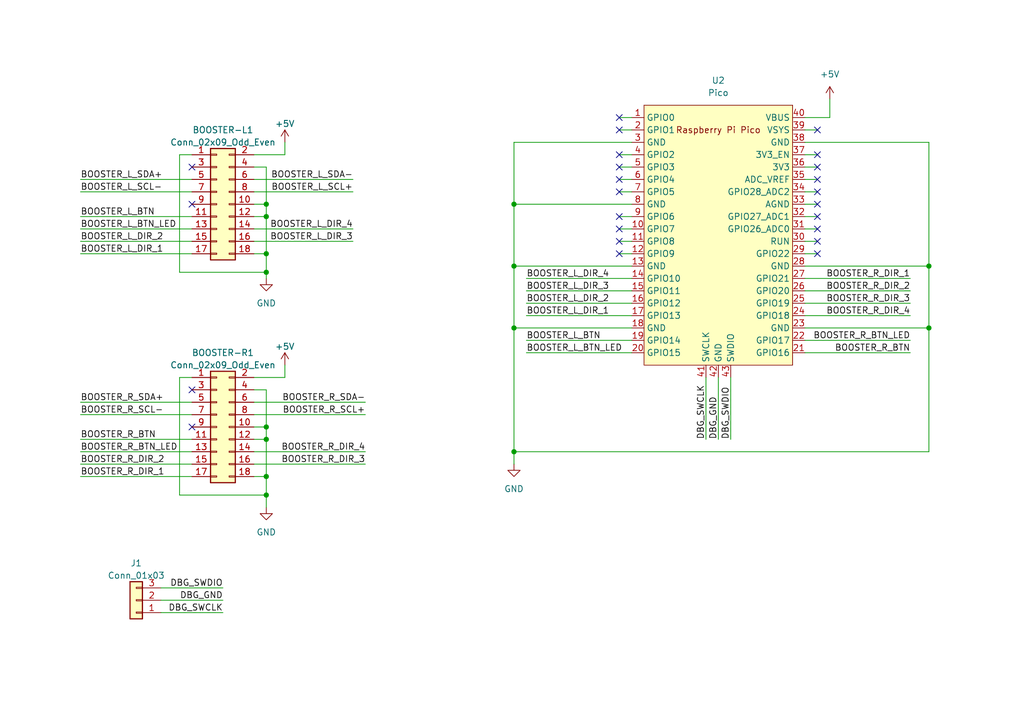
<source format=kicad_sch>
(kicad_sch (version 20230121) (generator eeschema)
  (paper "A5")
  (title_block (title "Mainboard") (date "2023-07-08") (rev "1"))
  (lib_symbols
    (symbol "Connector_Generic:Conn_01x03" (pin_names (offset 1.016) hide)
      (property "Reference" "J" (at 0 5.08 0))
      (property "Value" "Conn_01x03" (at 0 -5.08 0))
      (symbol "Conn_01x03_1_1"
        (rectangle (start -1.27 -2.413) (end 0 -2.667) (stroke (width 0.1524)))
        (rectangle (start -1.27 0.127) (end 0 -0.127) (stroke (width 0.1524)))
        (rectangle (start -1.27 2.667) (end 0 2.413) (stroke (width 0.1524)))
        (rectangle (start -1.27 3.81) (end 1.27 -3.81) (stroke (width 0.254)) (fill (type background)))
        (pin passive line (at -5.08 2.54 0) (length 3.81) (name "Pin_1") (number "1"))
        (pin passive line (at -5.08 0 0) (length 3.81) (name "Pin_2") (number "2"))
        (pin passive line (at -5.08 -2.54 0) (length 3.81) (name "Pin_3") (number "3"))
      )
    )
    (symbol "Connector_Generic:Conn_02x09_Odd_Even" (pin_names (offset 1.016) hide)
      (property "Reference" "J" (at 1.27 12.7 0))
      (property "Value" "Conn_02x09_Odd_Even" (at 1.27 -12.7 0))
      (symbol "Conn_02x09_Odd_Even_1_1"
        (rectangle (start -1.27 -10.033) (end 0 -10.287) (stroke (width 0.1524)))
        (rectangle (start -1.27 -7.493) (end 0 -7.747) (stroke (width 0.1524)))
        (rectangle (start -1.27 -4.953) (end 0 -5.207) (stroke (width 0.1524)))
        (rectangle (start -1.27 -2.413) (end 0 -2.667) (stroke (width 0.1524)))
        (rectangle (start -1.27 0.127) (end 0 -0.127) (stroke (width 0.1524)))
        (rectangle (start -1.27 2.667) (end 0 2.413) (stroke (width 0.1524)))
        (rectangle (start -1.27 5.207) (end 0 4.953) (stroke (width 0.1524)))
        (rectangle (start -1.27 7.747) (end 0 7.493) (stroke (width 0.1524)))
        (rectangle (start -1.27 10.287) (end 0 10.033) (stroke (width 0.1524)))
        (rectangle (start -1.27 11.43) (end 3.81 -11.43) (stroke (width 0.254)) (fill (type background)))
        (rectangle (start 3.81 -10.033) (end 2.54 -10.287) (stroke (width 0.1524)))
        (rectangle (start 3.81 -7.493) (end 2.54 -7.747) (stroke (width 0.1524)))
        (rectangle (start 3.81 -4.953) (end 2.54 -5.207) (stroke (width 0.1524)))
        (rectangle (start 3.81 -2.413) (end 2.54 -2.667) (stroke (width 0.1524)))
        (rectangle (start 3.81 0.127) (end 2.54 -0.127) (stroke (width 0.1524)))
        (rectangle (start 3.81 2.667) (end 2.54 2.413) (stroke (width 0.1524)))
        (rectangle (start 3.81 5.207) (end 2.54 4.953) (stroke (width 0.1524)))
        (rectangle (start 3.81 7.747) (end 2.54 7.493) (stroke (width 0.1524)))
        (rectangle (start 3.81 10.287) (end 2.54 10.033) (stroke (width 0.1524)))
        (pin passive line (at -5.08 10.16 0) (length 3.81) (name "Pin_1") (number "1"))
        (pin passive line (at 7.62 0 180) (length 3.81) (name "Pin_10") (number "10"))
        (pin passive line (at -5.08 -2.54 0) (length 3.81) (name "Pin_11") (number "11"))
        (pin passive line (at 7.62 -2.54 180) (length 3.81) (name "Pin_12") (number "12"))
        (pin passive line (at -5.08 -5.08 0) (length 3.81) (name "Pin_13") (number "13"))
        (pin passive line (at 7.62 -5.08 180) (length 3.81) (name "Pin_14") (number "14"))
        (pin passive line (at -5.08 -7.62 0) (length 3.81) (name "Pin_15") (number "15"))
        (pin passive line (at 7.62 -7.62 180) (length 3.81) (name "Pin_16") (number "16"))
        (pin passive line (at -5.08 -10.16 0) (length 3.81) (name "Pin_17") (number "17"))
        (pin passive line (at 7.62 -10.16 180) (length 3.81) (name "Pin_18") (number "18"))
        (pin passive line (at 7.62 10.16 180) (length 3.81) (name "Pin_2") (number "2"))
        (pin passive line (at -5.08 7.62 0) (length 3.81) (name "Pin_3") (number "3"))
        (pin passive line (at 7.62 7.62 180) (length 3.81) (name "Pin_4") (number "4"))
        (pin passive line (at -5.08 5.08 0) (length 3.81) (name "Pin_5") (number "5"))
        (pin passive line (at 7.62 5.08 180) (length 3.81) (name "Pin_6") (number "6"))
        (pin passive line (at -5.08 2.54 0) (length 3.81) (name "Pin_7") (number "7"))
        (pin passive line (at 7.62 2.54 180) (length 3.81) (name "Pin_8") (number "8"))
        (pin passive line (at -5.08 0 0) (length 3.81) (name "Pin_9") (number "9"))
      )
    )
    (symbol "MCU_RaspberryPi_and_Boards:Pico"
      (property "Reference" "U" (at -13.97 27.94 0))
      (property "Value" "Pico" (at 0 19.05 0))
      (symbol "Pico_0_0"
        (text "Raspberry Pi Pico" (at 0 21.59 0) (effects (font (size 1.27 1.27))))
      )
      (symbol "Pico_0_1"
        (rectangle (start -15.24 26.67) (end 15.24 -26.67) (fill (type background)))
      )
      (symbol "Pico_1_1"
        (pin bidirectional line (at -17.78 24.13 0) (length 2.54) (name "GPIO0") (number "1"))
        (pin bidirectional line (at -17.78 1.27 0) (length 2.54) (name "GPIO7") (number "10"))
        (pin bidirectional line (at -17.78 -1.27 0) (length 2.54) (name "GPIO8") (number "11"))
        (pin bidirectional line (at -17.78 -3.81 0) (length 2.54) (name "GPIO9") (number "12"))
        (pin power_in line (at -17.78 -6.35 0) (length 2.54) (name "GND") (number "13"))
        (pin bidirectional line (at -17.78 -8.89 0) (length 2.54) (name "GPIO10") (number "14"))
        (pin bidirectional line (at -17.78 -11.43 0) (length 2.54) (name "GPIO11") (number "15"))
        (pin bidirectional line (at -17.78 -13.97 0) (length 2.54) (name "GPIO12") (number "16"))
        (pin bidirectional line (at -17.78 -16.51 0) (length 2.54) (name "GPIO13") (number "17"))
        (pin power_in line (at -17.78 -19.05 0) (length 2.54) (name "GND") (number "18"))
        (pin bidirectional line (at -17.78 -21.59 0) (length 2.54) (name "GPIO14") (number "19"))
        (pin bidirectional line (at -17.78 21.59 0) (length 2.54) (name "GPIO1") (number "2"))
        (pin bidirectional line (at -17.78 -24.13 0) (length 2.54) (name "GPIO15") (number "20"))
        (pin bidirectional line (at 17.78 -24.13 180) (length 2.54) (name "GPIO16") (number "21"))
        (pin bidirectional line (at 17.78 -21.59 180) (length 2.54) (name "GPIO17") (number "22"))
        (pin power_in line (at 17.78 -19.05 180) (length 2.54) (name "GND") (number "23"))
        (pin bidirectional line (at 17.78 -16.51 180) (length 2.54) (name "GPIO18") (number "24"))
        (pin bidirectional line (at 17.78 -13.97 180) (length 2.54) (name "GPIO19") (number "25"))
        (pin bidirectional line (at 17.78 -11.43 180) (length 2.54) (name "GPIO20") (number "26"))
        (pin bidirectional line (at 17.78 -8.89 180) (length 2.54) (name "GPIO21") (number "27"))
        (pin power_in line (at 17.78 -6.35 180) (length 2.54) (name "GND") (number "28"))
        (pin bidirectional line (at 17.78 -3.81 180) (length 2.54) (name "GPIO22") (number "29"))
        (pin power_in line (at -17.78 19.05 0) (length 2.54) (name "GND") (number "3"))
        (pin input line (at 17.78 -1.27 180) (length 2.54) (name "RUN") (number "30"))
        (pin bidirectional line (at 17.78 1.27 180) (length 2.54) (name "GPIO26_ADC0") (number "31"))
        (pin bidirectional line (at 17.78 3.81 180) (length 2.54) (name "GPIO27_ADC1") (number "32"))
        (pin power_in line (at 17.78 6.35 180) (length 2.54) (name "AGND") (number "33"))
        (pin bidirectional line (at 17.78 8.89 180) (length 2.54) (name "GPIO28_ADC2") (number "34"))
        (pin power_in line (at 17.78 11.43 180) (length 2.54) (name "ADC_VREF") (number "35"))
        (pin power_in line (at 17.78 13.97 180) (length 2.54) (name "3V3") (number "36"))
        (pin input line (at 17.78 16.51 180) (length 2.54) (name "3V3_EN") (number "37"))
        (pin bidirectional line (at 17.78 19.05 180) (length 2.54) (name "GND") (number "38"))
        (pin power_in line (at 17.78 21.59 180) (length 2.54) (name "VSYS") (number "39"))
        (pin bidirectional line (at -17.78 16.51 0) (length 2.54) (name "GPIO2") (number "4"))
        (pin power_in line (at 17.78 24.13 180) (length 2.54) (name "VBUS") (number "40"))
        (pin input line (at -2.54 -29.21 90) (length 2.54) (name "SWCLK") (number "41"))
        (pin power_in line (at 0 -29.21 90) (length 2.54) (name "GND") (number "42"))
        (pin bidirectional line (at 2.54 -29.21 90) (length 2.54) (name "SWDIO") (number "43"))
        (pin bidirectional line (at -17.78 13.97 0) (length 2.54) (name "GPIO3") (number "5"))
        (pin bidirectional line (at -17.78 11.43 0) (length 2.54) (name "GPIO4") (number "6"))
        (pin bidirectional line (at -17.78 8.89 0) (length 2.54) (name "GPIO5") (number "7"))
        (pin power_in line (at -17.78 6.35 0) (length 2.54) (name "GND") (number "8"))
        (pin bidirectional line (at -17.78 3.81 0) (length 2.54) (name "GPIO6") (number "9"))
      )
    )
    (symbol "power:+5V" (power) (pin_names (offset 0))
      (property "Value" "+5V" (at 0 3.556 0))
      (symbol "+5V_0_1"
        (polyline (pts (xy -0.762 1.27) (xy 0 2.54)))
        (polyline (pts (xy 0 0) (xy 0 2.54)))
        (polyline (pts (xy 0 2.54) (xy 0.762 1.27)))
      )
      (symbol "+5V_1_1"
        (pin power_in line (at 0 0 90) (length 0) hide (name "+5V") (number "1"))
      )
    )
    (symbol "power:GND" (power) (pin_names (offset 0))
      (property "Value" "GND" (at 0 -3.81 0))
      (symbol "GND_0_1"
        (polyline (pts (xy 0 0) (xy 0 -1.27) (xy 1.27 -1.27) (xy 0 -2.54) (xy -1.27 -1.27) (xy 0 -1.27)))
      )
      (symbol "GND_1_1"
        (pin power_in line (at 0 0 270) (length 0) hide (name "GND") (number "1"))
      )
    )
  )
  (junction (at 54.61 87.63))
  (junction (at 54.61 44.45))
  (junction (at 54.61 101.6))
  (junction (at 54.61 55.88))
  (junction (at 54.61 41.91))
  (junction (at 105.41 54.61))
  (junction (at 54.61 97.79))
  (junction (at 54.61 90.17))
  (junction (at 105.41 92.71))
  (junction (at 190.5 54.61))
  (junction (at 54.61 52.07))
  (junction (at 105.41 67.31))
  (junction (at 190.5 67.31))
  (junction (at 105.41 41.91))
  (no_connect (at 127 46.99))
  (no_connect (at 167.64 34.29))
  (no_connect (at 127 52.07))
  (no_connect (at 39.37 34.29))
  (no_connect (at 127 26.67))
  (no_connect (at 127 24.13))
  (no_connect (at 127 31.75))
  (no_connect (at 167.64 31.75))
  (no_connect (at 167.64 36.83))
  (no_connect (at 167.64 44.45))
  (no_connect (at 127 39.37))
  (no_connect (at 39.37 41.91))
  (no_connect (at 167.64 41.91))
  (no_connect (at 167.64 26.67))
  (no_connect (at 127 44.45))
  (no_connect (at 167.64 39.37))
  (no_connect (at 39.37 87.63))
  (no_connect (at 127 34.29))
  (no_connect (at 167.64 49.53))
  (no_connect (at 167.64 46.99))
  (no_connect (at 127 49.53))
  (no_connect (at 127 36.83))
  (no_connect (at 167.64 52.07))
  (no_connect (at 39.37 80.01))
  (wire (pts (xy 105.41 54.61) (xy 129.54 54.61)))
  (wire (pts (xy 36.83 31.75) (xy 36.83 55.88)))
  (wire (pts (xy 105.41 29.21) (xy 105.41 41.91)))
  (wire (pts (xy 16.51 36.83) (xy 39.37 36.83)))
  (wire (pts (xy 129.54 39.37) (xy 127 39.37)))
  (wire (pts (xy 33.02 123.19) (xy 45.72 123.19)))
  (wire (pts (xy 52.07 87.63) (xy 54.61 87.63)))
  (wire (pts (xy 165.1 29.21) (xy 190.5 29.21)))
  (wire (pts (xy 39.37 95.25) (xy 16.51 95.25)))
  (wire (pts (xy 52.07 95.25) (xy 74.93 95.25)))
  (wire (pts (xy 105.41 41.91) (xy 129.54 41.91)))
  (wire (pts (xy 16.51 85.09) (xy 39.37 85.09)))
  (wire (pts (xy 165.1 59.69) (xy 186.69 59.69)))
  (wire (pts (xy 147.32 77.47) (xy 147.32 90.17)))
  (wire (pts (xy 105.41 41.91) (xy 105.41 54.61)))
  (wire (pts (xy 52.07 92.71) (xy 74.93 92.71)))
  (wire (pts (xy 52.07 90.17) (xy 54.61 90.17)))
  (wire (pts (xy 129.54 34.29) (xy 127 34.29)))
  (wire (pts (xy 105.41 54.61) (xy 105.41 67.31)))
  (wire (pts (xy 54.61 104.14) (xy 54.61 101.6)))
  (wire (pts (xy 165.1 31.75) (xy 167.64 31.75)))
  (wire (pts (xy 16.51 39.37) (xy 39.37 39.37)))
  (wire (pts (xy 165.1 69.85) (xy 186.69 69.85)))
  (wire (pts (xy 54.61 80.01) (xy 52.07 80.01)))
  (wire (pts (xy 16.51 49.53) (xy 39.37 49.53)))
  (wire (pts (xy 16.51 52.07) (xy 39.37 52.07)))
  (wire (pts (xy 54.61 90.17) (xy 54.61 87.63)))
  (wire (pts (xy 33.02 120.65) (xy 45.72 120.65)))
  (wire (pts (xy 54.61 97.79) (xy 52.07 97.79)))
  (wire (pts (xy 144.78 77.47) (xy 144.78 90.17)))
  (wire (pts (xy 165.1 44.45) (xy 167.64 44.45)))
  (wire (pts (xy 52.07 36.83) (xy 72.39 36.83)))
  (wire (pts (xy 107.95 72.39) (xy 129.54 72.39)))
  (wire (pts (xy 129.54 26.67) (xy 127 26.67)))
  (wire (pts (xy 105.41 92.71) (xy 190.5 92.71)))
  (wire (pts (xy 165.1 67.31) (xy 190.5 67.31)))
  (wire (pts (xy 52.07 82.55) (xy 74.93 82.55)))
  (wire (pts (xy 165.1 34.29) (xy 167.64 34.29)))
  (wire (pts (xy 190.5 29.21) (xy 190.5 54.61)))
  (wire (pts (xy 36.83 101.6) (xy 54.61 101.6)))
  (wire (pts (xy 52.07 39.37) (xy 72.39 39.37)))
  (wire (pts (xy 39.37 97.79) (xy 16.51 97.79)))
  (wire (pts (xy 54.61 57.15) (xy 54.61 55.88)))
  (wire (pts (xy 129.54 46.99) (xy 127 46.99)))
  (wire (pts (xy 52.07 52.07) (xy 54.61 52.07)))
  (wire (pts (xy 52.07 46.99) (xy 72.39 46.99)))
  (wire (pts (xy 165.1 49.53) (xy 167.64 49.53)))
  (wire (pts (xy 54.61 97.79) (xy 54.61 90.17)))
  (wire (pts (xy 165.1 72.39) (xy 186.69 72.39)))
  (wire (pts (xy 190.5 67.31) (xy 190.5 92.71)))
  (wire (pts (xy 107.95 69.85) (xy 129.54 69.85)))
  (wire (pts (xy 165.1 39.37) (xy 167.64 39.37)))
  (wire (pts (xy 52.07 49.53) (xy 72.39 49.53)))
  (wire (pts (xy 165.1 54.61) (xy 190.5 54.61)))
  (wire (pts (xy 129.54 64.77) (xy 107.95 64.77)))
  (wire (pts (xy 52.07 44.45) (xy 54.61 44.45)))
  (wire (pts (xy 54.61 101.6) (xy 54.61 97.79)))
  (wire (pts (xy 190.5 54.61) (xy 190.5 67.31)))
  (wire (pts (xy 165.1 52.07) (xy 167.64 52.07)))
  (wire (pts (xy 165.1 46.99) (xy 167.64 46.99)))
  (wire (pts (xy 36.83 55.88) (xy 54.61 55.88)))
  (wire (pts (xy 39.37 92.71) (xy 16.51 92.71)))
  (wire (pts (xy 165.1 62.23) (xy 186.69 62.23)))
  (wire (pts (xy 39.37 77.47) (xy 36.83 77.47)))
  (wire (pts (xy 129.54 49.53) (xy 127 49.53)))
  (wire (pts (xy 16.51 44.45) (xy 39.37 44.45)))
  (wire (pts (xy 129.54 57.15) (xy 107.95 57.15)))
  (wire (pts (xy 129.54 44.45) (xy 127 44.45)))
  (wire (pts (xy 33.02 125.73) (xy 45.72 125.73)))
  (wire (pts (xy 165.1 36.83) (xy 167.64 36.83)))
  (wire (pts (xy 129.54 31.75) (xy 127 31.75)))
  (wire (pts (xy 54.61 80.01) (xy 54.61 87.63)))
  (wire (pts (xy 52.07 85.09) (xy 74.93 85.09)))
  (wire (pts (xy 16.51 82.55) (xy 39.37 82.55)))
  (wire (pts (xy 105.41 67.31) (xy 129.54 67.31)))
  (wire (pts (xy 39.37 46.99) (xy 16.51 46.99)))
  (wire (pts (xy 58.42 31.75) (xy 52.07 31.75)))
  (wire (pts (xy 129.54 29.21) (xy 105.41 29.21)))
  (wire (pts (xy 54.61 52.07) (xy 54.61 44.45)))
  (wire (pts (xy 36.83 31.75) (xy 39.37 31.75)))
  (wire (pts (xy 129.54 62.23) (xy 107.95 62.23)))
  (wire (pts (xy 129.54 59.69) (xy 107.95 59.69)))
  (wire (pts (xy 58.42 74.93) (xy 58.42 77.47)))
  (wire (pts (xy 165.1 41.91) (xy 167.64 41.91)))
  (wire (pts (xy 54.61 52.07) (xy 54.61 55.88)))
  (wire (pts (xy 170.18 24.13) (xy 170.18 20.32)))
  (wire (pts (xy 36.83 77.47) (xy 36.83 101.6)))
  (wire (pts (xy 129.54 52.07) (xy 127 52.07)))
  (wire (pts (xy 52.07 41.91) (xy 54.61 41.91)))
  (wire (pts (xy 129.54 24.13) (xy 127 24.13)))
  (wire (pts (xy 105.41 92.71) (xy 105.41 95.25)))
  (wire (pts (xy 58.42 77.47) (xy 52.07 77.47)))
  (wire (pts (xy 54.61 34.29) (xy 52.07 34.29)))
  (wire (pts (xy 58.42 29.21) (xy 58.42 31.75)))
  (wire (pts (xy 105.41 67.31) (xy 105.41 92.71)))
  (wire (pts (xy 165.1 57.15) (xy 186.69 57.15)))
  (wire (pts (xy 165.1 24.13) (xy 170.18 24.13)))
  (wire (pts (xy 129.54 36.83) (xy 127 36.83)))
  (wire (pts (xy 165.1 64.77) (xy 186.69 64.77)))
  (wire (pts (xy 54.61 44.45) (xy 54.61 41.91)))
  (wire (pts (xy 165.1 26.67) (xy 167.64 26.67)))
  (wire (pts (xy 16.51 90.17) (xy 39.37 90.17)))
  (wire (pts (xy 54.61 34.29) (xy 54.61 41.91)))
  (wire (pts (xy 149.86 77.47) (xy 149.86 90.17)))
  (label "BOOSTER_R_DIR_4" (at 74.93 92.71 180))
  (label "BOOSTER_L_BTN" (at 16.51 44.45 0))
  (label "BOOSTER_L_BTN_LED" (at 107.95 72.39 0))
  (label "BOOSTER_L_DIR_3" (at 107.95 59.69 0))
  (label "DBG_SWCLK" (at 144.78 90.17 90))
  (label "BOOSTER_R_DIR_3" (at 186.69 62.23 180))
  (label "BOOSTER_R_DIR_1" (at 186.69 57.15 180))
  (label "BOOSTER_R_DIR_2" (at 186.69 59.69 180))
  (label "DBG_SWDIO" (at 149.86 90.17 90))
  (label "BOOSTER_R_BTN" (at 186.69 72.39 180))
  (label "BOOSTER_L_BTN" (at 107.95 69.85 0))
  (label "BOOSTER_L_DIR_3" (at 72.39 49.53 180))
  (label "BOOSTER_R_DIR_2" (at 16.51 95.25 0))
  (label "BOOSTER_L_SDA-" (at 72.39 36.83 180))
  (label "BOOSTER_R_BTN_LED" (at 16.51 92.71 0))
  (label "BOOSTER_R_SCL+" (at 74.93 85.09 180))
  (label "BOOSTER_R_BTN" (at 16.51 90.17 0))
  (label "BOOSTER_L_SDA+" (at 16.51 36.83 0))
  (label "BOOSTER_L_BTN_LED" (at 16.51 46.99 0))
  (label "BOOSTER_L_DIR_1" (at 107.95 64.77 0))
  (label "BOOSTER_R_DIR_4" (at 186.69 64.77 180))
  (label "DBG_GND" (at 45.72 123.19 180))
  (label "DBG_GND" (at 147.32 90.17 90))
  (label "DBG_SWDIO" (at 45.72 120.65 180))
  (label "BOOSTER_L_DIR_2" (at 107.95 62.23 0))
  (label "BOOSTER_L_DIR_4" (at 72.39 46.99 180))
  (label "BOOSTER_R_SDA-" (at 74.93 82.55 180))
  (label "BOOSTER_L_SCL+" (at 72.39 39.37 180))
  (label "BOOSTER_R_SCL-" (at 16.51 85.09 0))
  (label "DBG_SWCLK" (at 45.72 125.73 180))
  (label "BOOSTER_R_DIR_1" (at 16.51 97.79 0))
  (label "BOOSTER_L_DIR_1" (at 16.51 52.07 0))
  (label "BOOSTER_R_SDA+" (at 16.51 82.55 0))
  (label "BOOSTER_R_DIR_3" (at 74.93 95.25 180))
  (label "BOOSTER_R_BTN_LED" (at 186.69 69.85 180))
  (label "BOOSTER_L_DIR_2" (at 16.51 49.53 0))
  (label "BOOSTER_L_SCL-" (at 16.51 39.37 0))
  (label "BOOSTER_L_DIR_4" (at 107.95 57.15 0))
  (symbol (lib_id "power:+5V") (at 58.42 74.93 0) (unit 1)
    (property "Reference" "#PWR07" (effects hide))
    (property "Value" "+5V" (at 58.42 71.12 0))
  )
  (symbol (lib_id "power:GND") (at 54.61 57.15 0) (unit 1)
    (property "Reference" "#PWR08" (effects hide))
    (property "Value" "GND" (at 54.61 62.23 0))
  )
  (symbol (lib_id "Connector_Generic:Conn_01x03") (at 27.94 123.19 180) (unit 1)
    (property "Reference" "J1" (at 27.94 115.57 0))
    (property "Value" "Conn_01x03" (at 27.94 118.11 0))
    (property "Footprint" "Connector_JST:JST_PH_B3B-PH-K_1x03_P2.00mm_Vertical" (effects hide))
  )
  (symbol (lib_id "power:GND") (at 54.61 104.14 0) (unit 1)
    (property "Reference" "#PWR02" (effects hide))
    (property "Value" "GND" (at 54.61 109.22 0))
  )
  (symbol (lib_id "power:+5V") (at 170.18 20.32 0) (unit 1)
    (property "Reference" "#PWR06" (effects hide))
    (property "Value" "+5V" (at 170.18 15.24 0))
  )
  (symbol (lib_id "power:GND") (at 105.41 95.25 0) (unit 1)
    (property "Reference" "#PWR03" (effects hide))
    (property "Value" "GND" (at 105.41 100.33 0))
  )
  (symbol (lib_id "Connector_Generic:Conn_02x09_Odd_Even") (at 44.45 41.91 0) (unit 1)
    (property "Reference" "BOOSTER-L1" (at 45.72 26.67 0))
    (property "Value" "Conn_02x09_Odd_Even" (at 45.72 29.21 0))
    (property "Footprint" "Connector_JST:JST_PUD_B18B-PUDSS_2x09_P2.00mm_Vertical" (effects hide))
  )
  (symbol (lib_id "Connector_Generic:Conn_02x09_Odd_Even") (at 44.45 87.63 0) (unit 1)
    (property "Reference" "BOOSTER-R1" (at 45.72 72.39 0))
    (property "Value" "Conn_02x09_Odd_Even" (at 45.72 74.93 0))
    (property "Footprint" "Connector_JST:JST_PUD_B18B-PUDSS_2x09_P2.00mm_Vertical" (effects hide))
  )
  (symbol (lib_id "MCU_RaspberryPi_and_Boards:Pico") (at 147.32 48.26 0) (unit 1)
    (property "Reference" "U2" (at 147.32 16.51 0))
    (property "Value" "Pico" (at 147.32 19.05 0))
    (property "Footprint" "MCU_RaspberryPi_and_Boards:RPi_Pico_SMD_TH_Clean" (effects hide))
  )
  (symbol (lib_id "power:+5V") (at 58.42 29.21 0) (unit 1)
    (property "Reference" "#PWR01" (effects hide))
    (property "Value" "+5V" (at 58.42 25.4 0))
  )
)
</source>
